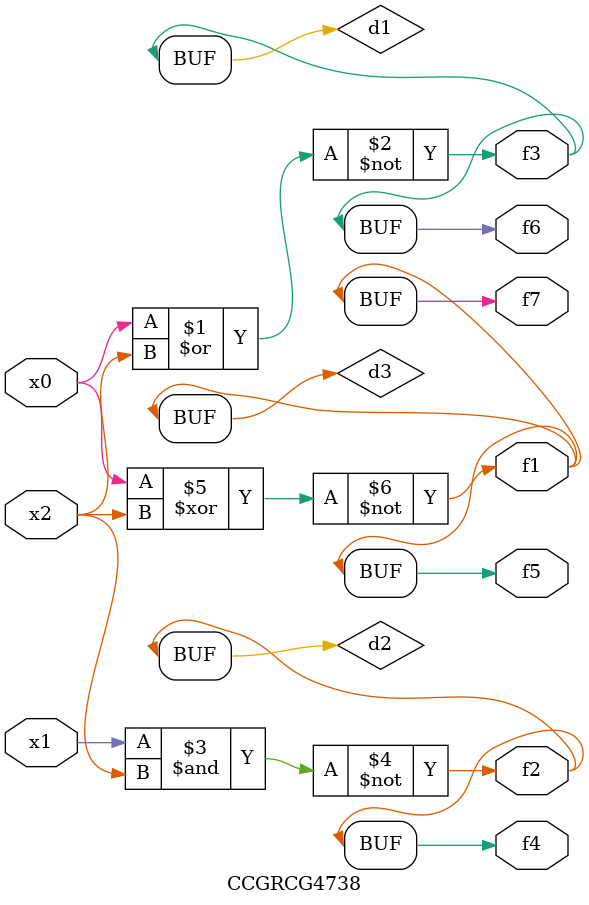
<source format=v>
module CCGRCG4738(
	input x0, x1, x2,
	output f1, f2, f3, f4, f5, f6, f7
);

	wire d1, d2, d3;

	nor (d1, x0, x2);
	nand (d2, x1, x2);
	xnor (d3, x0, x2);
	assign f1 = d3;
	assign f2 = d2;
	assign f3 = d1;
	assign f4 = d2;
	assign f5 = d3;
	assign f6 = d1;
	assign f7 = d3;
endmodule

</source>
